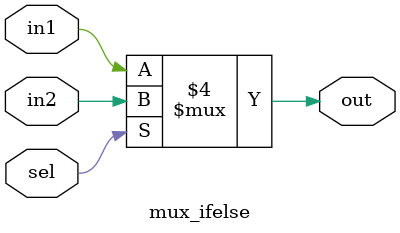
<source format=v>
module mux_switch(out,sel,in1,in2);
input sel,in1,in2;
output reg out;
always@(*)begin
    case(sel)
    1'b0:out=in1;
    1'b1:out=in2;
    default:out=1'b0;
    endcase
end
endmodule
module mux_ifelse(out,sel,in1,in2);
input sel,in1,in2;
output reg out;
always@(*)begin
    if(sel==1'b0)
    out=in1;
    else
    out=in2;
end
endmodule

</source>
